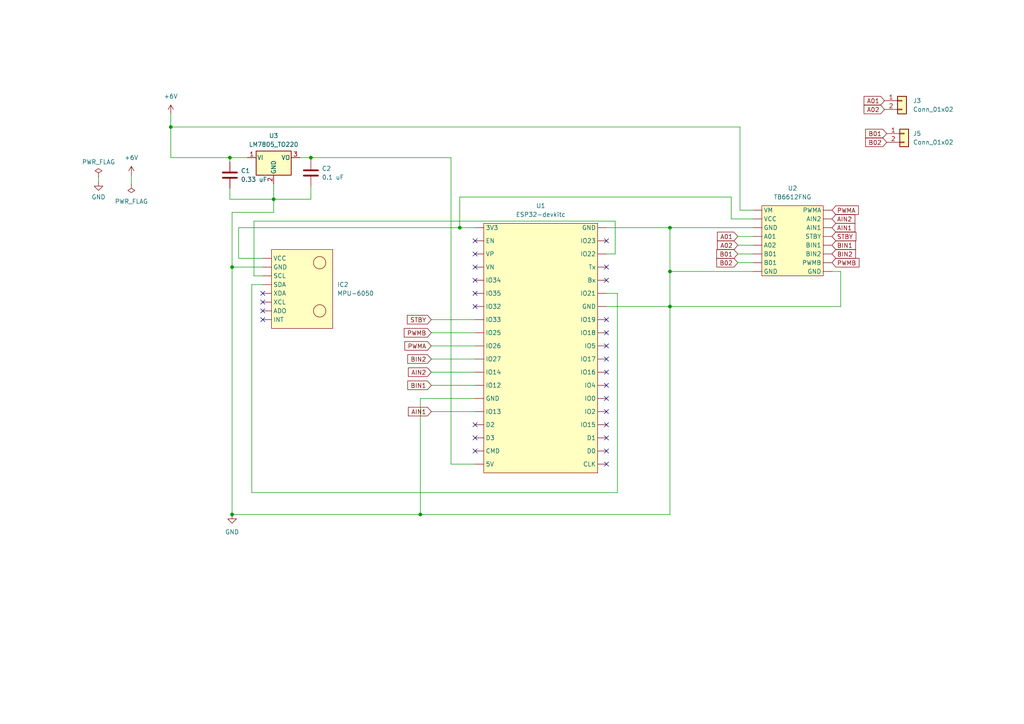
<source format=kicad_sch>
(kicad_sch (version 20230121) (generator eeschema)
  (paper "A4")
  (lib_symbols
    (symbol "Connector_Generic:Conn_01x02" (pin_names (offset 1.016) hide)
      (property "Reference" "J" (at 0 2.54 0))
      (property "Value" "Conn_01x02" (at 0 -5.08 0))
      (symbol "Conn_01x02_1_1"
        (rectangle (start -1.27 -2.413) (end 0 -2.667) (stroke (width 0.1524)))
        (rectangle (start -1.27 0.127) (end 0 -0.127) (stroke (width 0.1524)))
        (rectangle (start -1.27 1.27) (end 1.27 -3.81) (stroke (width 0.254)) (fill (type background)))
        (pin passive line (at -5.08 0 0) (length 3.81) (name "Pin_1") (number "1"))
        (pin passive line (at -5.08 -2.54 0) (length 3.81) (name "Pin_2") (number "2"))
      )
    )
    (symbol "Device:C" (pin_numbers hide) (pin_names (offset 0.254))
      (property "Reference" "C" (at 0.635 2.54 0))
      (property "Value" "C" (at 0.635 -2.54 0))
      (symbol "C_0_1"
        (polyline (pts (xy -2.032 -0.762) (xy 2.032 -0.762)) (stroke (width 0.508)))
        (polyline (pts (xy -2.032 0.762) (xy 2.032 0.762)) (stroke (width 0.508)))
      )
      (symbol "C_1_1"
        (pin passive line (at 0 3.81 270) (length 2.794) (name "~") (number "1"))
        (pin passive line (at 0 -3.81 90) (length 2.794) (name "~") (number "2"))
      )
    )
    (symbol "MPU-6050_1"
      (property "Reference" "IC" (at 8.89 3.81 0))
      (property "Value" "MPU-6050" (at 8.89 1.27 0))
      (symbol "MPU-6050_1_0_1"
        (circle (center 13.97 -17.78) (radius 1.7961))
        (circle (center 13.97 -3.81) (radius 1.7961))
      )
      (symbol "MPU-6050_1_1_1"
        (rectangle (start 0 0) (end 17.78 -22.86) (fill (type background)))
        (pin bidirectional line (at -2.54 -17.78 0) (length 2.54) (name "ADO") (number ""))
        (pin power_in line (at -2.54 -5.08 0) (length 2.54) (name "GND") (number ""))
        (pin bidirectional line (at -2.54 -20.32 0) (length 2.54) (name "INT") (number ""))
        (pin bidirectional line (at -2.54 -7.62 0) (length 2.54) (name "SCL") (number ""))
        (pin bidirectional line (at -2.54 -10.16 0) (length 2.54) (name "SDA") (number ""))
        (pin power_in line (at -2.54 -2.54 0) (length 2.54) (name "VCC") (number ""))
        (pin bidirectional line (at -2.54 -15.24 0) (length 2.54) (name "XCL") (number ""))
        (pin bidirectional line (at -2.54 -12.7 0) (length 2.54) (name "XDA") (number ""))
      )
    )
    (symbol "New_Library:ESP32-devkitc"
      (property "Reference" "U" (at 16.51 3.81 0))
      (property "Value" "ESP32-devkitc" (at 16.51 1.27 0))
      (symbol "ESP32-devkitc_1_1"
        (rectangle (start 0 0) (end 33.02 -72.39) (fill (type background)))
        (pin power_in line (at -2.54 -1.27 0) (length 2.54) (name "3V3") (number ""))
        (pin power_in line (at -2.54 -69.85 0) (length 2.54) (name "5V") (number ""))
        (pin bidirectional line (at 35.56 -16.51 180) (length 2.54) (name "Bx") (number ""))
        (pin bidirectional line (at 35.56 -69.85 180) (length 2.54) (name "CLK") (number ""))
        (pin bidirectional line (at -2.54 -66.04 0) (length 2.54) (name "CMD") (number ""))
        (pin bidirectional line (at 35.56 -66.04 180) (length 2.54) (name "D0") (number ""))
        (pin bidirectional line (at 35.56 -62.23 180) (length 2.54) (name "D1") (number ""))
        (pin bidirectional line (at -2.54 -58.42 0) (length 2.54) (name "D2") (number ""))
        (pin bidirectional line (at -2.54 -62.23 0) (length 2.54) (name "D3") (number ""))
        (pin input line (at -2.54 -5.08 0) (length 2.54) (name "EN") (number ""))
        (pin power_in line (at -2.54 -50.8 0) (length 2.54) (name "GND") (number ""))
        (pin power_in line (at 35.56 -24.13 180) (length 2.54) (name "GND") (number ""))
        (pin power_in line (at 35.56 -1.27 180) (length 2.54) (name "GND") (number ""))
        (pin bidirectional line (at 35.56 -50.8 180) (length 2.54) (name "IO0") (number ""))
        (pin bidirectional line (at -2.54 -46.99 0) (length 2.54) (name "IO12") (number ""))
        (pin bidirectional line (at -2.54 -54.61 0) (length 2.54) (name "IO13") (number ""))
        (pin bidirectional line (at -2.54 -43.18 0) (length 2.54) (name "IO14") (number ""))
        (pin bidirectional line (at 35.56 -58.42 180) (length 2.54) (name "IO15") (number ""))
        (pin bidirectional line (at 35.56 -43.18 180) (length 2.54) (name "IO16") (number ""))
        (pin bidirectional line (at 35.56 -39.37 180) (length 2.54) (name "IO17") (number ""))
        (pin bidirectional line (at 35.56 -31.75 180) (length 2.54) (name "IO18") (number ""))
        (pin bidirectional line (at 35.56 -27.94 180) (length 2.54) (name "IO19") (number ""))
        (pin bidirectional line (at 35.56 -54.61 180) (length 2.54) (name "IO2") (number ""))
        (pin bidirectional line (at 35.56 -20.32 180) (length 2.54) (name "IO21") (number ""))
        (pin bidirectional line (at 35.56 -8.89 180) (length 2.54) (name "IO22") (number ""))
        (pin bidirectional line (at 35.56 -5.08 180) (length 2.54) (name "IO23") (number ""))
        (pin bidirectional line (at -2.54 -31.75 0) (length 2.54) (name "IO25") (number ""))
        (pin bidirectional line (at -2.54 -35.56 0) (length 2.54) (name "IO26") (number ""))
        (pin bidirectional line (at -2.54 -39.37 0) (length 2.54) (name "IO27") (number ""))
        (pin bidirectional line (at -2.54 -24.13 0) (length 2.54) (name "IO32") (number ""))
        (pin bidirectional line (at -2.54 -27.94 0) (length 2.54) (name "IO33") (number ""))
        (pin input line (at -2.54 -16.51 0) (length 2.54) (name "IO34") (number ""))
        (pin input line (at -2.54 -20.32 0) (length 2.54) (name "IO35") (number ""))
        (pin bidirectional line (at 35.56 -46.99 180) (length 2.54) (name "IO4") (number ""))
        (pin bidirectional line (at 35.56 -35.56 180) (length 2.54) (name "IO5") (number ""))
        (pin bidirectional line (at 35.56 -12.7 180) (length 2.54) (name "Tx") (number ""))
        (pin input line (at -2.54 -12.7 0) (length 2.54) (name "VN") (number ""))
        (pin input line (at -2.54 -8.89 0) (length 2.54) (name "VP") (number ""))
      )
    )
    (symbol "New_Library:TB6612FNG"
      (property "Reference" "U" (at 8.89 3.81 0))
      (property "Value" "TB6612FNG" (at 8.89 1.27 0))
      (symbol "TB6612FNG_1_1"
        (rectangle (start 0 0) (end 17.78 -20.32) (fill (type background)))
        (pin input line (at -2.54 -8.89 0) (length 2.54) (name "A01") (number ""))
        (pin input line (at -2.54 -11.43 0) (length 2.54) (name "A02") (number ""))
        (pin bidirectional line (at 20.32 -6.35 180) (length 2.54) (name "AIN1") (number ""))
        (pin bidirectional line (at 20.32 -3.81 180) (length 2.54) (name "AIN2") (number ""))
        (pin input line (at -2.54 -16.51 0) (length 2.54) (name "B01") (number ""))
        (pin input line (at -2.54 -13.97 0) (length 2.54) (name "B01") (number ""))
        (pin bidirectional line (at 20.32 -11.43 180) (length 2.54) (name "BIN1") (number ""))
        (pin bidirectional line (at 20.32 -13.97 180) (length 2.54) (name "BIN2") (number ""))
        (pin power_in line (at -2.54 -19.05 0) (length 2.54) (name "GND") (number ""))
        (pin power_in line (at -2.54 -6.35 0) (length 2.54) (name "GND") (number ""))
        (pin power_in line (at 20.32 -19.05 180) (length 2.54) (name "GND") (number ""))
        (pin bidirectional line (at 20.32 -1.27 180) (length 2.54) (name "PWMA") (number ""))
        (pin bidirectional line (at 20.32 -16.51 180) (length 2.54) (name "PWMB") (number ""))
        (pin bidirectional line (at 20.32 -8.89 180) (length 2.54) (name "STBY") (number ""))
        (pin power_in line (at -2.54 -3.81 0) (length 2.54) (name "VCC") (number ""))
        (pin power_in line (at -2.54 -1.27 0) (length 2.54) (name "VM") (number ""))
      )
    )
    (symbol "Regulator_Linear:LM7805_TO220" (pin_names (offset 0.254))
      (property "Reference" "U" (at -3.81 3.175 0))
      (property "Value" "LM7805_TO220" (at 0 3.175 0))
      (symbol "LM7805_TO220_0_1"
        (rectangle (start -5.08 1.905) (end 5.08 -5.08) (stroke (width 0.254)) (fill (type background)))
      )
      (symbol "LM7805_TO220_1_1"
        (pin power_in line (at -7.62 0 0) (length 2.54) (name "VI") (number "1"))
        (pin power_in line (at 0 -7.62 90) (length 2.54) (name "GND") (number "2"))
        (pin power_out line (at 7.62 0 180) (length 2.54) (name "VO") (number "3"))
      )
    )
    (symbol "power:+6V" (power) (pin_names (offset 0))
      (property "Value" "+6V" (at 0 3.556 0))
      (symbol "+6V_0_1"
        (polyline (pts (xy -0.762 1.27) (xy 0 2.54)))
        (polyline (pts (xy 0 0) (xy 0 2.54)))
        (polyline (pts (xy 0 2.54) (xy 0.762 1.27)))
      )
      (symbol "+6V_1_1"
        (pin power_in line (at 0 0 90) (length 0) hide (name "+6V") (number "1"))
      )
    )
    (symbol "power:GND" (power) (pin_names (offset 0))
      (property "Value" "GND" (at 0 -3.81 0))
      (symbol "GND_0_1"
        (polyline (pts (xy 0 0) (xy 0 -1.27) (xy 1.27 -1.27) (xy 0 -2.54) (xy -1.27 -1.27) (xy 0 -1.27)))
      )
      (symbol "GND_1_1"
        (pin power_in line (at 0 0 270) (length 0) hide (name "GND") (number "1"))
      )
    )
    (symbol "power:PWR_FLAG" (power) (pin_numbers hide) (pin_names (offset 0) hide)
      (property "Value" "PWR_FLAG" (at 0 3.81 0))
      (symbol "PWR_FLAG_0_0"
        (pin power_out line (at 0 0 90) (length 0) (name "pwr") (number "1"))
      )
      (symbol "PWR_FLAG_0_1"
        (polyline (pts (xy 0 0) (xy 0 1.27) (xy -1.016 1.905) (xy 0 2.54) (xy 1.016 1.905) (xy 0 1.27)))
      )
    )
  )
  (junction (at 66.675 45.72))
  (junction (at 133.35 66.04))
  (junction (at 67.31 77.47))
  (junction (at 49.53 36.83))
  (junction (at 79.375 57.785))
  (junction (at 121.92 149.225))
  (junction (at 194.31 88.9))
  (junction (at 67.31 149.225))
  (junction (at 194.31 78.74))
  (junction (at 90.17 45.72))
  (junction (at 194.31 66.04))
  (no_connect (at 76.2 87.63))
  (no_connect (at 137.795 127))
  (no_connect (at 175.895 123.19))
  (no_connect (at 175.895 127))
  (no_connect (at 175.895 134.62))
  (no_connect (at 175.895 96.52))
  (no_connect (at 137.795 130.81))
  (no_connect (at 175.895 92.71))
  (no_connect (at 137.795 69.85))
  (no_connect (at 137.795 85.09))
  (no_connect (at 76.2 92.71))
  (no_connect (at 175.895 111.76))
  (no_connect (at 76.2 85.09))
  (no_connect (at 175.895 119.38))
  (no_connect (at 175.895 115.57))
  (no_connect (at 175.895 100.33))
  (no_connect (at 137.795 88.9))
  (no_connect (at 137.795 123.19))
  (no_connect (at 137.795 81.28))
  (no_connect (at 175.895 77.47))
  (no_connect (at 175.895 81.28))
  (no_connect (at 175.895 69.85))
  (no_connect (at 76.2 90.17))
  (no_connect (at 175.895 107.95))
  (no_connect (at 137.795 73.66))
  (no_connect (at 137.795 77.47))
  (no_connect (at 175.895 130.81))
  (no_connect (at 175.895 104.14))
  (wire (pts (xy 243.84 88.9) (xy 194.31 88.9)))
  (wire (pts (xy 71.755 45.72) (xy 66.675 45.72)))
  (wire (pts (xy 212.09 57.15) (xy 133.35 57.15)))
  (wire (pts (xy 66.675 45.72) (xy 49.53 45.72)))
  (wire (pts (xy 213.995 71.12) (xy 218.44 71.12)))
  (wire (pts (xy 125.095 119.38) (xy 137.795 119.38)))
  (wire (pts (xy 179.07 85.09) (xy 179.07 142.875)))
  (wire (pts (xy 213.995 76.2) (xy 218.44 76.2)))
  (wire (pts (xy 243.84 78.74) (xy 243.84 88.9)))
  (wire (pts (xy 125.095 100.33) (xy 137.795 100.33)))
  (wire (pts (xy 213.995 68.58) (xy 218.44 68.58)))
  (wire (pts (xy 175.895 85.09) (xy 179.07 85.09)))
  (wire (pts (xy 125.095 111.76) (xy 137.795 111.76)))
  (wire (pts (xy 213.995 73.66) (xy 218.44 73.66)))
  (wire (pts (xy 90.17 53.975) (xy 90.17 57.785)))
  (wire (pts (xy 194.31 66.04) (xy 218.44 66.04)))
  (wire (pts (xy 67.31 61.595) (xy 67.31 77.47)))
  (wire (pts (xy 66.675 54.61) (xy 66.675 57.785)))
  (wire (pts (xy 178.435 73.66) (xy 178.435 64.135)))
  (wire (pts (xy 218.44 63.5) (xy 212.09 63.5)))
  (wire (pts (xy 90.17 57.785) (xy 79.375 57.785)))
  (wire (pts (xy 90.17 45.72) (xy 90.17 46.355)))
  (wire (pts (xy 175.895 73.66) (xy 178.435 73.66)))
  (wire (pts (xy 241.3 78.74) (xy 243.84 78.74)))
  (wire (pts (xy 214.63 36.83) (xy 214.63 60.96)))
  (wire (pts (xy 73.66 80.01) (xy 76.2 80.01)))
  (wire (pts (xy 79.375 53.34) (xy 79.375 57.785)))
  (wire (pts (xy 79.375 57.785) (xy 79.375 61.595)))
  (wire (pts (xy 194.31 149.225) (xy 121.92 149.225)))
  (wire (pts (xy 178.435 64.135) (xy 73.66 64.135)))
  (wire (pts (xy 194.31 88.9) (xy 194.31 149.225)))
  (wire (pts (xy 67.31 77.47) (xy 67.31 149.225)))
  (wire (pts (xy 175.895 88.9) (xy 194.31 88.9)))
  (wire (pts (xy 69.215 74.93) (xy 76.2 74.93)))
  (wire (pts (xy 67.31 149.225) (xy 121.92 149.225)))
  (wire (pts (xy 73.66 64.135) (xy 73.66 80.01)))
  (wire (pts (xy 69.215 66.04) (xy 133.35 66.04)))
  (wire (pts (xy 66.675 57.785) (xy 79.375 57.785)))
  (wire (pts (xy 38.1 50.8) (xy 38.1 53.34)))
  (wire (pts (xy 194.31 78.74) (xy 194.31 88.9)))
  (wire (pts (xy 73.025 82.55) (xy 76.2 82.55)))
  (wire (pts (xy 130.81 45.72) (xy 130.81 134.62)))
  (wire (pts (xy 90.17 45.72) (xy 130.81 45.72)))
  (wire (pts (xy 49.53 36.83) (xy 49.53 45.72)))
  (wire (pts (xy 125.095 107.95) (xy 137.795 107.95)))
  (wire (pts (xy 130.81 134.62) (xy 137.795 134.62)))
  (wire (pts (xy 125.095 92.71) (xy 137.795 92.71)))
  (wire (pts (xy 133.35 57.15) (xy 133.35 66.04)))
  (wire (pts (xy 179.07 142.875) (xy 73.025 142.875)))
  (wire (pts (xy 121.92 115.57) (xy 121.92 149.225)))
  (wire (pts (xy 79.375 61.595) (xy 67.31 61.595)))
  (wire (pts (xy 137.795 115.57) (xy 121.92 115.57)))
  (wire (pts (xy 69.215 74.93) (xy 69.215 66.04)))
  (wire (pts (xy 66.675 45.72) (xy 66.675 46.99)))
  (wire (pts (xy 49.53 36.83) (xy 214.63 36.83)))
  (wire (pts (xy 175.895 66.04) (xy 194.31 66.04)))
  (wire (pts (xy 125.095 104.14) (xy 137.795 104.14)))
  (wire (pts (xy 125.095 96.52) (xy 137.795 96.52)))
  (wire (pts (xy 86.995 45.72) (xy 90.17 45.72)))
  (wire (pts (xy 133.35 66.04) (xy 137.795 66.04)))
  (wire (pts (xy 214.63 60.96) (xy 218.44 60.96)))
  (wire (pts (xy 73.025 142.875) (xy 73.025 82.55)))
  (wire (pts (xy 194.31 78.74) (xy 218.44 78.74)))
  (wire (pts (xy 194.31 66.04) (xy 194.31 78.74)))
  (wire (pts (xy 212.09 63.5) (xy 212.09 57.15)))
  (wire (pts (xy 49.53 33.02) (xy 49.53 36.83)))
  (wire (pts (xy 28.575 51.435) (xy 28.575 52.705)))
  (wire (pts (xy 67.31 77.47) (xy 76.2 77.47)))
  (global_label "A01" (shape input) (at 256.54 29.21 180) (property "Intersheetrefs" "${INTERSHEET_REFS}" (effects hide)))
  (global_label "STBY" (shape input) (at 241.3 68.58 0) (property "Intersheetrefs" "${INTERSHEET_REFS}" (effects hide)))
  (global_label "A02" (shape input) (at 213.995 71.12 180) (property "Intersheetrefs" "${INTERSHEET_REFS}" (effects hide)))
  (global_label "AIN1" (shape input) (at 241.3 66.04 0) (property "Intersheetrefs" "${INTERSHEET_REFS}" (effects hide)))
  (global_label "B02" (shape input) (at 213.995 76.2 180) (property "Intersheetrefs" "${INTERSHEET_REFS}" (effects hide)))
  (global_label "STBY" (shape input) (at 125.095 92.71 180) (property "Intersheetrefs" "${INTERSHEET_REFS}" (effects hide)))
  (global_label "BIN2" (shape input) (at 125.095 104.14 180) (property "Intersheetrefs" "${INTERSHEET_REFS}" (effects hide)))
  (global_label "B02" (shape input) (at 257.175 41.275 180) (property "Intersheetrefs" "${INTERSHEET_REFS}" (effects hide)))
  (global_label "PWMA" (shape input) (at 241.3 60.96 0) (property "Intersheetrefs" "${INTERSHEET_REFS}" (effects hide)))
  (global_label "PWMA" (shape input) (at 125.095 100.33 180) (property "Intersheetrefs" "${INTERSHEET_REFS}" (effects hide)))
  (global_label "A02" (shape input) (at 256.54 31.75 180) (property "Intersheetrefs" "${INTERSHEET_REFS}" (effects hide)))
  (global_label "A01" (shape input) (at 213.995 68.58 180) (property "Intersheetrefs" "${INTERSHEET_REFS}" (effects hide)))
  (global_label "BIN2" (shape input) (at 241.3 73.66 0) (property "Intersheetrefs" "${INTERSHEET_REFS}" (effects hide)))
  (global_label "BIN1" (shape input) (at 125.095 111.76 180) (property "Intersheetrefs" "${INTERSHEET_REFS}" (effects hide)))
  (global_label "AIN2" (shape input) (at 241.3 63.5 0) (property "Intersheetrefs" "${INTERSHEET_REFS}" (effects hide)))
  (global_label "BIN1" (shape input) (at 241.3 71.12 0) (property "Intersheetrefs" "${INTERSHEET_REFS}" (effects hide)))
  (global_label "PWMB" (shape input) (at 125.095 96.52 180) (property "Intersheetrefs" "${INTERSHEET_REFS}" (effects hide)))
  (global_label "AIN2" (shape input) (at 125.095 107.95 180) (property "Intersheetrefs" "${INTERSHEET_REFS}" (effects hide)))
  (global_label "PWMB" (shape input) (at 241.3 76.2 0) (property "Intersheetrefs" "${INTERSHEET_REFS}" (effects hide)))
  (global_label "B01" (shape input) (at 257.175 38.735 180) (property "Intersheetrefs" "${INTERSHEET_REFS}" (effects hide)))
  (global_label "B01" (shape input) (at 213.995 73.66 180) (property "Intersheetrefs" "${INTERSHEET_REFS}" (effects hide)))
  (global_label "AIN1" (shape input) (at 125.095 119.38 180) (property "Intersheetrefs" "${INTERSHEET_REFS}" (effects hide)))
  (symbol (lib_id "power:+6V") (at 38.1 50.8 0) (unit 1)
    (property "Reference" "#PWR04" (effects hide))
    (property "Value" "+6V" (at 38.1 45.72 0))
  )
  (symbol (lib_id "Regulator_Linear:LM7805_TO220") (at 79.375 45.72 0) (unit 1)
    (property "Reference" "U3" (at 79.375 39.37 0))
    (property "Value" "LM7805_TO220" (at 79.375 41.91 0))
    (property "Footprint" "Package_TO_SOT_THT:TO-220-3_Vertical" (effects hide))
    (property "Datasheet" "https://www.onsemi.cn/PowerSolutions/document/MC7800-D.PDF" (effects hide))
  )
  (symbol (lib_name "MPU-6050_1") (lib_id "New_Library:MPU-6050") (at 78.74 72.39 0) (unit 1)
    (property "Reference" "IC2" (at 97.79 82.55 0) (effects (justify left)))
    (property "Value" "MPU-6050" (at 97.79 85.09 0) (effects (justify left)))
  )
  (symbol (lib_id "power:PWR_FLAG") (at 28.575 51.435 0) (unit 1)
    (property "Reference" "#FLG01" (effects hide))
    (property "Value" "PWR_FLAG" (at 28.575 46.99 0))
  )
  (symbol (lib_id "Connector_Generic:Conn_01x02") (at 261.62 29.21 0) (unit 1)
    (property "Reference" "J3" (at 264.795 29.21 0) (effects (justify left)))
    (property "Value" "Conn_01x02" (at 264.795 31.75 0) (effects (justify left)))
    (property "Footprint" "Connector_JST:JST_XH_B2B-XH-A_1x02_P2.50mm_Vertical" (effects hide))
  )
  (symbol (lib_id "Device:C") (at 66.675 50.8 0) (unit 1)
    (property "Reference" "C1" (at 69.85 49.53 0) (effects (justify left)))
    (property "Value" "0.33 uF" (at 69.85 52.07 0) (effects (justify left)))
    (property "Footprint" "Capacitor_THT:CP_Radial_D5.0mm_P2.00mm" (effects hide))
  )
  (symbol (lib_id "power:PWR_FLAG") (at 38.1 53.34 180) (unit 1)
    (property "Reference" "#FLG02" (effects hide))
    (property "Value" "PWR_FLAG" (at 38.1 58.42 0))
  )
  (symbol (lib_id "power:+6V") (at 49.53 33.02 0) (unit 1)
    (property "Reference" "#PWR03" (effects hide))
    (property "Value" "+6V" (at 49.53 27.94 0))
  )
  (symbol (lib_id "New_Library:TB6612FNG") (at 220.98 59.69 0) (unit 1)
    (property "Reference" "U2" (at 229.87 54.61 0))
    (property "Value" "TB6612FNG" (at 229.87 57.15 0))
  )
  (symbol (lib_id "power:GND") (at 28.575 52.705 0) (unit 1)
    (property "Reference" "#PWR02" (effects hide))
    (property "Value" "GND" (at 28.575 57.15 0))
  )
  (symbol (lib_id "Connector_Generic:Conn_01x02") (at 262.255 38.735 0) (unit 1)
    (property "Reference" "J5" (at 264.795 38.735 0) (effects (justify left)))
    (property "Value" "Conn_01x02" (at 264.795 41.275 0) (effects (justify left)))
    (property "Footprint" "Connector_JST:JST_XH_B2B-XH-A_1x02_P2.50mm_Vertical" (effects hide))
  )
  (symbol (lib_id "Device:C") (at 90.17 50.165 0) (unit 1)
    (property "Reference" "C2" (at 93.345 48.895 0) (effects (justify left)))
    (property "Value" "0.1 uF" (at 93.345 51.435 0) (effects (justify left)))
    (property "Footprint" "Capacitor_THT:CP_Radial_D5.0mm_P2.00mm" (effects hide))
  )
  (symbol (lib_id "New_Library:ESP32-devkitc") (at 140.335 64.77 0) (unit 1)
    (property "Reference" "U1" (at 156.845 59.69 0))
    (property "Value" "ESP32-devkitc" (at 156.845 62.23 0))
  )
  (symbol (lib_id "power:GND") (at 67.31 149.225 0) (unit 1)
    (property "Reference" "#PWR01" (effects hide))
    (property "Value" "GND" (at 67.31 154.305 0))
  )
)
</source>
